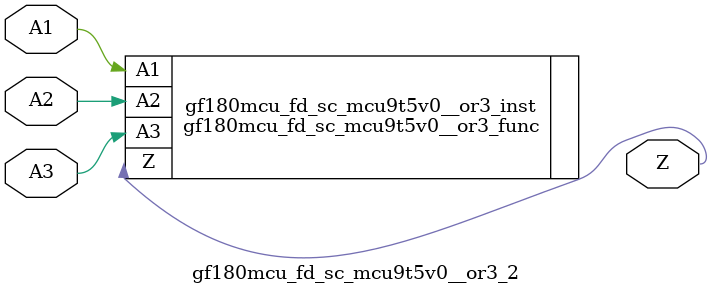
<source format=v>

`ifndef GF180MCU_FD_SC_MCU9T5V0__OR3_2_V
`define GF180MCU_FD_SC_MCU9T5V0__OR3_2_V

`include "gf180mcu_fd_sc_mcu9t5v0__or3.v"

`ifdef USE_POWER_PINS
module gf180mcu_fd_sc_mcu9t5v0__or3_2( A1, A2, A3, Z, VDD, VSS );
inout VDD, VSS;
`else // If not USE_POWER_PINS
module gf180mcu_fd_sc_mcu9t5v0__or3_2( A1, A2, A3, Z );
`endif // If not USE_POWER_PINS
input A1, A2, A3;
output Z;

`ifdef USE_POWER_PINS
  gf180mcu_fd_sc_mcu9t5v0__or3_func gf180mcu_fd_sc_mcu9t5v0__or3_inst(.A1(A1),.A2(A2),.A3(A3),.Z(Z),.VDD(VDD),.VSS(VSS));
`else // If not USE_POWER_PINS
  gf180mcu_fd_sc_mcu9t5v0__or3_func gf180mcu_fd_sc_mcu9t5v0__or3_inst(.A1(A1),.A2(A2),.A3(A3),.Z(Z));
`endif // If not USE_POWER_PINS

`ifndef FUNCTIONAL
	// spec_gates_begin


	// spec_gates_end



   specify

	// specify_block_begin

	// comb arc A1 --> Z
	 (A1 => Z) = (1.0,1.0);

	// comb arc A2 --> Z
	 (A2 => Z) = (1.0,1.0);

	// comb arc A3 --> Z
	 (A3 => Z) = (1.0,1.0);

	// specify_block_end

   endspecify

   `endif

endmodule
`endif // GF180MCU_FD_SC_MCU9T5V0__OR3_2_V

</source>
